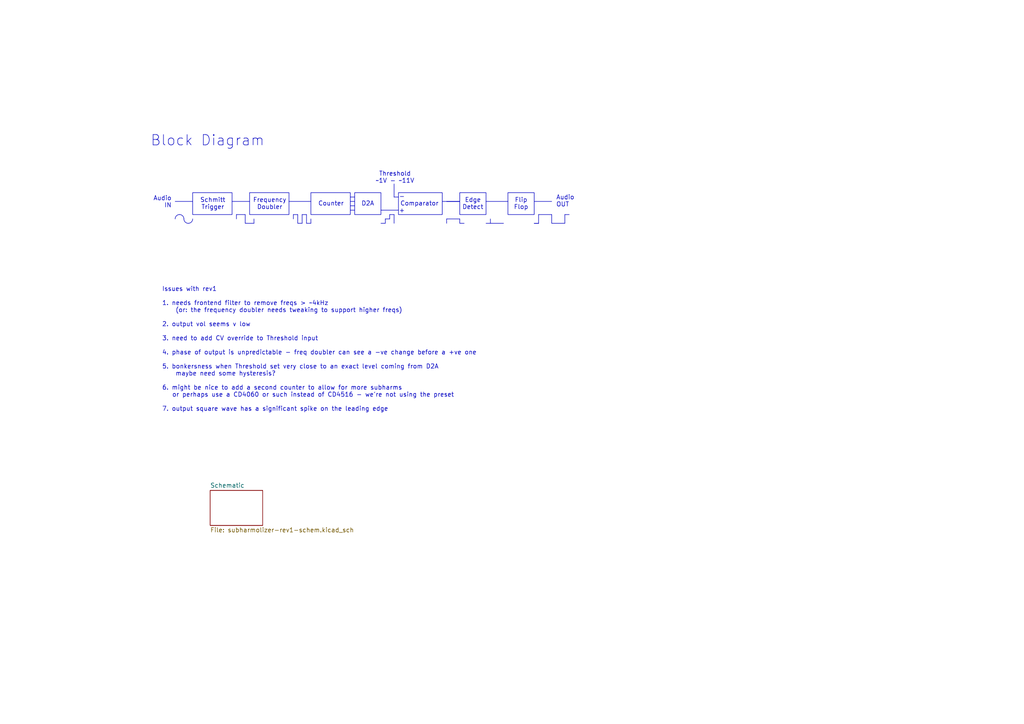
<source format=kicad_sch>
(kicad_sch
	(version 20250114)
	(generator "eeschema")
	(generator_version "9.0")
	(uuid "91a8f1d9-b08b-4cee-bee7-e3a446067852")
	(paper "A4")
	(title_block
		(title "Subharmolizer Overview")
		(date "2025-09-20")
		(rev "1")
		(company "molen, inc.")
	)
	(lib_symbols)
	(rectangle
		(start 55.88 55.88)
		(end 67.31 62.23)
		(stroke
			(width 0)
			(type default)
		)
		(fill
			(type none)
		)
		(uuid 1a080930-10c5-45b5-9252-1f2f0a771dd2)
	)
	(rectangle
		(start 115.57 55.88)
		(end 128.27 62.23)
		(stroke
			(width 0)
			(type default)
		)
		(fill
			(type none)
		)
		(uuid 225e52f6-f38e-4fa3-9070-ed676ab6033c)
	)
	(arc
		(start 50.8 63.5)
		(mid 51.172 62.602)
		(end 52.07 62.23)
		(stroke
			(width 0)
			(type default)
		)
		(fill
			(type none)
		)
		(uuid 2e033457-b35f-4e8d-b3c5-4943f0e4a014)
	)
	(arc
		(start 55.88 63.5)
		(mid 55.508 64.398)
		(end 54.61 64.77)
		(stroke
			(width 0)
			(type default)
		)
		(fill
			(type none)
		)
		(uuid 83cc2615-6a3a-40a6-887b-30f5afe61d6b)
	)
	(arc
		(start 52.07 62.23)
		(mid 52.968 62.602)
		(end 53.34 63.5)
		(stroke
			(width 0)
			(type default)
		)
		(fill
			(type none)
		)
		(uuid 8af96834-f811-4517-9a8c-acd6c80a99cb)
	)
	(rectangle
		(start 90.17 55.88)
		(end 101.6 62.23)
		(stroke
			(width 0)
			(type default)
		)
		(fill
			(type none)
		)
		(uuid 8b3c69fb-6c7f-4707-bcd9-34669a02168e)
	)
	(rectangle
		(start 147.32 55.88)
		(end 154.94 62.23)
		(stroke
			(width 0)
			(type default)
		)
		(fill
			(type none)
		)
		(uuid ad91669e-4059-4230-b044-cb9d02a53bbf)
	)
	(rectangle
		(start 72.39 55.88)
		(end 83.82 62.23)
		(stroke
			(width 0)
			(type default)
		)
		(fill
			(type none)
		)
		(uuid bb4f9a3b-5b10-45f5-8f63-2dcec17d4ca5)
	)
	(arc
		(start 54.61 64.77)
		(mid 53.712 64.398)
		(end 53.34 63.5)
		(stroke
			(width 0)
			(type default)
		)
		(fill
			(type none)
		)
		(uuid bd894cd4-0b90-4ebe-b9a5-196f2cd2dac9)
	)
	(rectangle
		(start 133.35 55.88)
		(end 140.97 62.23)
		(stroke
			(width 0)
			(type default)
		)
		(fill
			(type none)
		)
		(uuid c1f36017-69d7-4574-9968-b3fa7570768e)
	)
	(rectangle
		(start 102.87 55.88)
		(end 110.49 62.23)
		(stroke
			(width 0)
			(type default)
		)
		(fill
			(type none)
		)
		(uuid e7786bcc-101e-4c00-bb31-bbeb0f6a7b7b)
	)
	(text "Schmitt\nTrigger"
		(exclude_from_sim no)
		(at 61.722 59.182 0)
		(effects
			(font
				(size 1.27 1.27)
			)
		)
		(uuid "09131673-4b38-41d3-bf88-ee0f5d52318a")
	)
	(text "-"
		(exclude_from_sim no)
		(at 116.586 57.15 0)
		(effects
			(font
				(size 1.27 1.27)
			)
		)
		(uuid "0995ae6f-30e2-4d31-aa72-2a7fe0edf415")
	)
	(text "Edge\nDetect"
		(exclude_from_sim no)
		(at 137.16 59.182 0)
		(effects
			(font
				(size 1.27 1.27)
			)
		)
		(uuid "24ae13c6-1438-48ce-8232-aa883a2e53bb")
	)
	(text "Block Diagram"
		(exclude_from_sim no)
		(at 60.198 40.894 0)
		(effects
			(font
				(size 3 3)
			)
		)
		(uuid "3939d5bd-7914-4f3b-89cf-0d172d29e119")
	)
	(text "Flip\nFlop"
		(exclude_from_sim no)
		(at 151.13 59.182 0)
		(effects
			(font
				(size 1.27 1.27)
			)
		)
		(uuid "584d5f3c-3c12-4a90-9b12-ceed5b0c74e9")
	)
	(text "Threshold\n~1V - ~11V"
		(exclude_from_sim no)
		(at 114.554 51.562 0)
		(effects
			(font
				(size 1.27 1.27)
			)
		)
		(uuid "608013a6-83a8-4a46-85a5-bc1cadf47e38")
	)
	(text "Audio\nIN"
		(exclude_from_sim no)
		(at 49.784 58.674 0)
		(effects
			(font
				(size 1.27 1.27)
			)
			(justify right)
		)
		(uuid "74ad3b1d-04bd-4446-9d17-5a94a3821bab")
	)
	(text "Issues with rev1\n\n1. needs frontend filter to remove freqs > ~4kHz\n    (or: the frequency doubler needs tweaking to support higher freqs)\n\n2. output vol seems v low\n\n3. need to add CV override to Threshold input\n\n4. phase of output is unpredictable - freq doubler can see a -ve change before a +ve one\n\n5. bonkersness when Threshold set very close to an exact level coming from D2A\n    maybe need some hysteresis?\n\n6. might be nice to add a second counter to allow for more subharms\n   or perhaps use a CD4060 or such instead of CD4516 - we're not using the preset\n\n7. output square wave has a significant spike on the leading edge"
		(exclude_from_sim no)
		(at 46.99 101.346 0)
		(effects
			(font
				(size 1.27 1.27)
			)
			(justify left)
		)
		(uuid "7988ca65-6d10-454b-b696-81572271b33b")
	)
	(text "D2A"
		(exclude_from_sim no)
		(at 106.68 59.182 0)
		(effects
			(font
				(size 1.27 1.27)
			)
		)
		(uuid "879071fa-a100-415a-9ad4-d8c53aa26982")
	)
	(text "+"
		(exclude_from_sim no)
		(at 116.586 61.214 0)
		(effects
			(font
				(size 1.27 1.27)
			)
		)
		(uuid "a4bb9967-8875-459e-bd21-870bd6d6fc03")
	)
	(text "Comparator"
		(exclude_from_sim no)
		(at 121.666 59.182 0)
		(effects
			(font
				(size 1.27 1.27)
			)
		)
		(uuid "da24dd9c-1cda-4a6e-9f96-2be3b9b40e8c")
	)
	(text "Frequency\nDoubler"
		(exclude_from_sim no)
		(at 78.232 59.182 0)
		(effects
			(font
				(size 1.27 1.27)
			)
		)
		(uuid "dccf30b4-186e-4aff-a819-cd7f57f18380")
	)
	(text "Counter"
		(exclude_from_sim no)
		(at 96.012 59.182 0)
		(effects
			(font
				(size 1.27 1.27)
			)
		)
		(uuid "f730c780-5e82-43b3-a3e5-ece99cb9439b")
	)
	(text "Audio\nOUT"
		(exclude_from_sim no)
		(at 161.29 58.42 0)
		(effects
			(font
				(size 1.27 1.27)
			)
			(justify left)
		)
		(uuid "fa8f2f58-8e1b-4203-bb7c-268466e3b398")
	)
	(polyline
		(pts
			(xy 67.31 58.42) (xy 72.39 58.42)
		)
		(stroke
			(width 0)
			(type default)
		)
		(uuid "0068d8c2-897c-4cfd-a60e-9f7a386d1ff7")
	)
	(polyline
		(pts
			(xy 163.83 64.77) (xy 163.83 62.23)
		)
		(stroke
			(width 0)
			(type default)
		)
		(uuid "0bc9f7a8-d82e-473c-82d6-c7fda738b7df")
	)
	(polyline
		(pts
			(xy 88.9 64.77) (xy 90.17 64.77)
		)
		(stroke
			(width 0)
			(type default)
		)
		(uuid "17133cb9-1563-4276-83fd-e41a0e11a292")
	)
	(polyline
		(pts
			(xy 129.54 63.5) (xy 133.35 63.5)
		)
		(stroke
			(width 0)
			(type default)
		)
		(uuid "1d26e4d0-c468-41fc-8d5a-d0320a644851")
	)
	(polyline
		(pts
			(xy 86.36 64.77) (xy 87.63 64.77)
		)
		(stroke
			(width 0)
			(type default)
		)
		(uuid "1e8e4361-e7a8-421b-bde2-360901781487")
	)
	(polyline
		(pts
			(xy 115.57 57.15) (xy 114.3 57.15)
		)
		(stroke
			(width 0)
			(type default)
		)
		(uuid "2c96cb4a-7acf-48ec-9d9c-5c960265087d")
	)
	(polyline
		(pts
			(xy 154.94 64.77) (xy 156.21 64.77)
		)
		(stroke
			(width 0)
			(type default)
		)
		(uuid "359520f1-2a21-45af-8021-b8693055cf2d")
	)
	(polyline
		(pts
			(xy 101.6 60.96) (xy 102.87 60.96)
		)
		(stroke
			(width 0)
			(type default)
		)
		(uuid "37a8c603-f53e-4987-98bb-ee779dc8e20d")
	)
	(polyline
		(pts
			(xy 68.58 62.23) (xy 71.12 62.23)
		)
		(stroke
			(width 0)
			(type default)
		)
		(uuid "39c0dcc4-3f33-43c6-91e6-03d76489ad6f")
	)
	(polyline
		(pts
			(xy 110.49 64.77) (xy 111.76 64.77)
		)
		(stroke
			(width 0)
			(type default)
		)
		(uuid "454ca975-53ea-45ab-a1be-7370f62ed4af")
	)
	(polyline
		(pts
			(xy 133.35 64.77) (xy 134.62 64.77)
		)
		(stroke
			(width 0)
			(type default)
		)
		(uuid "5757dde0-7123-4054-b08b-44223b889023")
	)
	(polyline
		(pts
			(xy 154.94 58.42) (xy 160.02 58.42)
		)
		(stroke
			(width 0)
			(type default)
		)
		(uuid "6763b438-6a6f-46dc-b02e-a46f3962b8f5")
	)
	(polyline
		(pts
			(xy 156.21 64.77) (xy 156.21 62.23)
		)
		(stroke
			(width 0)
			(type default)
		)
		(uuid "6b431e68-9f70-4edf-bb60-156318ad59c6")
	)
	(polyline
		(pts
			(xy 88.9 62.23) (xy 88.9 64.77)
		)
		(stroke
			(width 0)
			(type default)
		)
		(uuid "7227306f-6333-433a-b3e3-4b7e10755e06")
	)
	(polyline
		(pts
			(xy 86.36 62.23) (xy 86.36 64.77)
		)
		(stroke
			(width 0)
			(type default)
		)
		(uuid "74b4300a-5c22-4524-aeec-9fe76f830df4")
	)
	(polyline
		(pts
			(xy 90.17 63.5) (xy 90.17 64.77)
		)
		(stroke
			(width 0)
			(type default)
		)
		(uuid "75230e4f-439f-4ee1-b5b6-5a8107b4ef41")
	)
	(polyline
		(pts
			(xy 140.97 58.42) (xy 147.32 58.42)
		)
		(stroke
			(width 0)
			(type default)
		)
		(uuid "7953817d-fbda-48a3-ab50-8bf9436e7ba9")
	)
	(polyline
		(pts
			(xy 111.76 64.77) (xy 111.76 63.5)
		)
		(stroke
			(width 0)
			(type default)
		)
		(uuid "7a016824-11f7-46d6-b778-3770db800c2f")
	)
	(polyline
		(pts
			(xy 71.12 62.23) (xy 71.12 64.77)
		)
		(stroke
			(width 0)
			(type default)
		)
		(uuid "7a50cdb4-5a89-431f-8f1b-6d77609cb286")
	)
	(polyline
		(pts
			(xy 83.82 58.42) (xy 90.17 58.42)
		)
		(stroke
			(width 0)
			(type default)
		)
		(uuid "8432b471-017e-4250-b891-1bc2f1074941")
	)
	(polyline
		(pts
			(xy 101.6 57.15) (xy 102.87 57.15)
		)
		(stroke
			(width 0)
			(type default)
		)
		(uuid "86ff17de-7278-4260-b47d-59d96ba7a44a")
	)
	(polyline
		(pts
			(xy 113.03 63.5) (xy 113.03 62.23)
		)
		(stroke
			(width 0)
			(type default)
		)
		(uuid "8c2bf1af-ce26-43a5-86f3-36678f7db0c6")
	)
	(polyline
		(pts
			(xy 154.94 64.77) (xy 156.21 64.77)
		)
		(stroke
			(width 0)
			(type default)
		)
		(uuid "8e79bd0a-32b2-4297-a200-51b6086e2e01")
	)
	(polyline
		(pts
			(xy 128.27 58.42) (xy 133.35 58.42)
		)
		(stroke
			(width 0)
			(type default)
		)
		(uuid "8f920ded-c98b-47b9-aeb3-49b8155c3743")
	)
	(polyline
		(pts
			(xy 129.54 64.77) (xy 129.54 63.5)
		)
		(stroke
			(width 0)
			(type default)
		)
		(uuid "90ad24fd-873c-441f-9715-0ee59ab97783")
	)
	(polyline
		(pts
			(xy 71.12 64.77) (xy 73.66 64.77)
		)
		(stroke
			(width 0)
			(type default)
		)
		(uuid "93924ceb-f573-4d8a-a534-5c194680446b")
	)
	(polyline
		(pts
			(xy 87.63 64.77) (xy 87.63 62.23)
		)
		(stroke
			(width 0)
			(type default)
		)
		(uuid "95f1261c-fa2e-4ac0-b140-aa2765f86ded")
	)
	(polyline
		(pts
			(xy 68.58 63.5) (xy 68.58 62.23)
		)
		(stroke
			(width 0)
			(type default)
		)
		(uuid "96632927-d16f-4314-a9d4-5d3746159ff4")
	)
	(polyline
		(pts
			(xy 114.3 62.23) (xy 114.3 64.77)
		)
		(stroke
			(width 0)
			(type default)
		)
		(uuid "9be00c7d-bd98-4e11-99c3-fce9a1d85c81")
	)
	(polyline
		(pts
			(xy 50.8 58.42) (xy 55.88 58.42)
		)
		(stroke
			(width 0)
			(type default)
		)
		(uuid "aecb4e70-fa74-4ab0-944e-4ba32504431f")
	)
	(polyline
		(pts
			(xy 156.21 62.23) (xy 160.02 62.23)
		)
		(stroke
			(width 0)
			(type default)
		)
		(uuid "b51988b9-b145-4b21-bd28-680051330469")
	)
	(polyline
		(pts
			(xy 140.97 64.77) (xy 142.24 64.77)
		)
		(stroke
			(width 0)
			(type default)
		)
		(uuid "ba379de5-3e71-4e48-a963-3ffe132e8507")
	)
	(polyline
		(pts
			(xy 133.35 63.5) (xy 133.35 64.77)
		)
		(stroke
			(width 0)
			(type default)
		)
		(uuid "ba95dbee-5cb3-42fd-93fd-c603cbe2b07a")
	)
	(polyline
		(pts
			(xy 160.02 64.77) (xy 163.83 64.77)
		)
		(stroke
			(width 0)
			(type default)
		)
		(uuid "c2b76633-2bc6-4b4f-962e-8ef57a500437")
	)
	(polyline
		(pts
			(xy 85.09 63.5) (xy 85.09 62.23)
		)
		(stroke
			(width 0)
			(type default)
		)
		(uuid "cc6b08fe-edae-4c11-8de1-625a08947f0f")
	)
	(polyline
		(pts
			(xy 87.63 62.23) (xy 88.9 62.23)
		)
		(stroke
			(width 0)
			(type default)
		)
		(uuid "d045f395-433e-4330-9bb0-8239db00e771")
	)
	(polyline
		(pts
			(xy 111.76 63.5) (xy 113.03 63.5)
		)
		(stroke
			(width 0)
			(type default)
		)
		(uuid "d405bae8-8b00-4564-af77-435c5b910e26")
	)
	(polyline
		(pts
			(xy 85.09 62.23) (xy 86.36 62.23)
		)
		(stroke
			(width 0)
			(type default)
		)
		(uuid "d8c0f584-9ea2-44dc-9bca-73e43fe9f57f")
	)
	(polyline
		(pts
			(xy 142.24 64.77) (xy 146.05 64.77)
		)
		(stroke
			(width 0)
			(type default)
		)
		(uuid "d9bd47d9-880f-42f4-ad6c-45cee2c976cf")
	)
	(polyline
		(pts
			(xy 142.24 63.5) (xy 142.24 64.77)
		)
		(stroke
			(width 0)
			(type default)
		)
		(uuid "dc3a5abe-ac0e-472e-811c-33b5678e38ab")
	)
	(polyline
		(pts
			(xy 154.94 64.77) (xy 156.21 64.77)
		)
		(stroke
			(width 0)
			(type default)
		)
		(uuid "de2a2b3e-a6e8-4a9b-8a42-0f879eb96a91")
	)
	(polyline
		(pts
			(xy 160.02 62.23) (xy 160.02 64.77)
		)
		(stroke
			(width 0)
			(type default)
		)
		(uuid "def9dd58-7eb6-4e51-bfa5-2c8755938c2f")
	)
	(polyline
		(pts
			(xy 101.6 59.69) (xy 102.87 59.69)
		)
		(stroke
			(width 0)
			(type default)
		)
		(uuid "e0eaedd9-64c2-4d66-a6c2-8881fc4f98a0")
	)
	(polyline
		(pts
			(xy 113.03 62.23) (xy 114.3 62.23)
		)
		(stroke
			(width 0)
			(type default)
		)
		(uuid "e3b50896-751a-4031-8f9c-1cbb8aac6287")
	)
	(polyline
		(pts
			(xy 101.6 58.42) (xy 102.87 58.42)
		)
		(stroke
			(width 0)
			(type default)
		)
		(uuid "e720c693-10c3-4e2b-b373-a98c52174fd0")
	)
	(polyline
		(pts
			(xy 114.3 53.34) (xy 114.3 57.15)
		)
		(stroke
			(width 0)
			(type default)
		)
		(uuid "e9ba25a6-0ccc-488f-8226-3cfd8b754bbf")
	)
	(polyline
		(pts
			(xy 129.54 58.42) (xy 133.35 58.42)
		)
		(stroke
			(width 0)
			(type default)
		)
		(uuid "ebbd26a9-ed45-459d-8e19-f8122f44d0ed")
	)
	(polyline
		(pts
			(xy 73.66 63.5) (xy 73.66 64.77)
		)
		(stroke
			(width 0)
			(type default)
		)
		(uuid "edae0c1a-9a0a-41ad-b2d5-965514ff75eb")
	)
	(polyline
		(pts
			(xy 110.49 60.96) (xy 115.57 60.96)
		)
		(stroke
			(width 0)
			(type default)
		)
		(uuid "eddb2410-384b-4665-8c3a-f8b2eee0dcce")
	)
	(polyline
		(pts
			(xy 163.83 62.23) (xy 165.1 62.23)
		)
		(stroke
			(width 0)
			(type default)
		)
		(uuid "f44b9dc8-3505-4ed9-a2dc-f76968bcacc1")
	)
	(sheet
		(at 60.96 142.24)
		(size 15.24 10.16)
		(exclude_from_sim no)
		(in_bom yes)
		(on_board yes)
		(dnp no)
		(fields_autoplaced yes)
		(stroke
			(width 0.1524)
			(type solid)
		)
		(fill
			(color 0 0 0 0.0000)
		)
		(uuid "000054ca-9e05-4438-8d44-fccb3431a8a2")
		(property "Sheetname" "Schematic"
			(at 60.96 141.5284 0)
			(effects
				(font
					(size 1.27 1.27)
				)
				(justify left bottom)
			)
		)
		(property "Sheetfile" "subharmolizer-rev1-schem.kicad_sch"
			(at 60.96 152.9846 0)
			(effects
				(font
					(size 1.27 1.27)
				)
				(justify left top)
			)
		)
		(instances
			(project "subharmolizer-rev1"
				(path "/91a8f1d9-b08b-4cee-bee7-e3a446067852"
					(page "2")
				)
			)
		)
	)
	(sheet_instances
		(path "/"
			(page "1")
		)
	)
	(embedded_fonts no)
)

</source>
